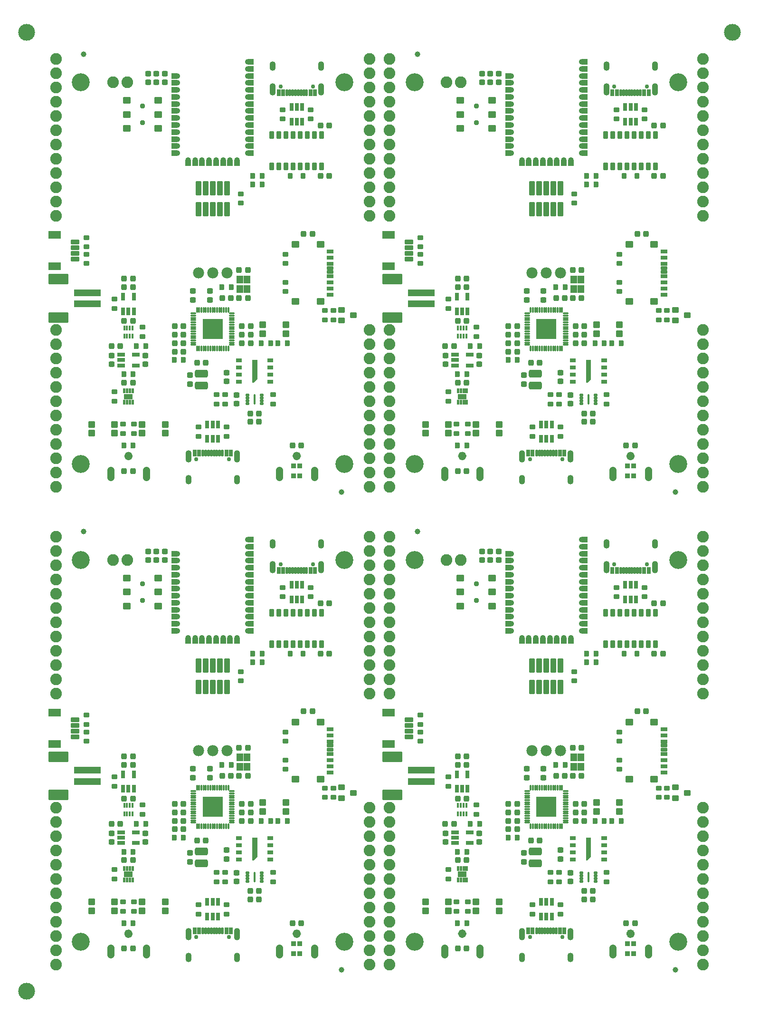
<source format=gts>
%TF.GenerationSoftware,KiCad,Pcbnew,8.0.5*%
%TF.CreationDate,2024-11-04T11:07:50-07:00*%
%TF.ProjectId,SparkFun_IoT_Node_LoRaWAN_panelized,53706172-6b46-4756-9e5f-496f545f4e6f,v10*%
%TF.SameCoordinates,Original*%
%TF.FileFunction,Soldermask,Top*%
%TF.FilePolarity,Negative*%
%FSLAX46Y46*%
G04 Gerber Fmt 4.6, Leading zero omitted, Abs format (unit mm)*
G04 Created by KiCad (PCBNEW 8.0.5) date 2024-11-04 11:07:50*
%MOMM*%
%LPD*%
G01*
G04 APERTURE LIST*
G04 Aperture macros list*
%AMRoundRect*
0 Rectangle with rounded corners*
0 $1 Rounding radius*
0 $2 $3 $4 $5 $6 $7 $8 $9 X,Y pos of 4 corners*
0 Add a 4 corners polygon primitive as box body*
4,1,4,$2,$3,$4,$5,$6,$7,$8,$9,$2,$3,0*
0 Add four circle primitives for the rounded corners*
1,1,$1+$1,$2,$3*
1,1,$1+$1,$4,$5*
1,1,$1+$1,$6,$7*
1,1,$1+$1,$8,$9*
0 Add four rect primitives between the rounded corners*
20,1,$1+$1,$2,$3,$4,$5,0*
20,1,$1+$1,$4,$5,$6,$7,0*
20,1,$1+$1,$6,$7,$8,$9,0*
20,1,$1+$1,$8,$9,$2,$3,0*%
%AMFreePoly0*
4,1,29,0.312822,0.469384,0.442609,0.448828,0.457487,0.443994,0.574570,0.384337,0.587225,0.375142,0.680142,0.282225,0.689337,0.269570,0.748994,0.152487,0.753828,0.137609,0.774384,0.007822,0.774384,-0.007822,0.753828,-0.137609,0.748994,-0.152487,0.689337,-0.269570,0.680142,-0.282225,0.587225,-0.375142,0.574570,-0.384337,0.457487,-0.443994,0.442609,-0.448828,0.312822,-0.469384,
0.305000,-0.470000,-0.725000,-0.470000,-0.760355,-0.455355,-0.775000,-0.420000,-0.775000,0.420000,-0.760355,0.455355,-0.725000,0.470000,0.305000,0.470000,0.312822,0.469384,0.312822,0.469384,$1*%
G04 Aperture macros list end*
%ADD10C,1.250000*%
%ADD11C,0.800000*%
%ADD12C,0.000000*%
%ADD13C,3.200000*%
%ADD14RoundRect,0.250000X0.250000X0.275000X-0.250000X0.275000X-0.250000X-0.275000X0.250000X-0.275000X0*%
%ADD15RoundRect,0.060000X-0.427500X-0.090000X0.427500X-0.090000X0.427500X0.090000X-0.427500X0.090000X0*%
%ADD16RoundRect,0.060000X0.427500X0.090000X-0.427500X0.090000X-0.427500X-0.090000X0.427500X-0.090000X0*%
%ADD17RoundRect,0.060000X0.090000X-0.427500X0.090000X0.427500X-0.090000X0.427500X-0.090000X-0.427500X0*%
%ADD18RoundRect,0.060000X-0.090000X0.427500X-0.090000X-0.427500X0.090000X-0.427500X0.090000X0.427500X0*%
%ADD19RoundRect,0.050000X1.750000X1.750000X-1.750000X1.750000X-1.750000X-1.750000X1.750000X-1.750000X0*%
%ADD20C,3.000000*%
%ADD21RoundRect,0.225000X-0.300000X0.225000X-0.300000X-0.225000X0.300000X-0.225000X0.300000X0.225000X0*%
%ADD22RoundRect,0.250000X0.275000X-0.250000X0.275000X0.250000X-0.275000X0.250000X-0.275000X-0.250000X0*%
%ADD23RoundRect,0.250000X-0.250000X-0.275000X0.250000X-0.275000X0.250000X0.275000X-0.250000X0.275000X0*%
%ADD24RoundRect,0.101600X-0.600000X0.275000X-0.600000X-0.275000X0.600000X-0.275000X0.600000X0.275000X0*%
%ADD25RoundRect,0.066667X0.133333X-0.318333X0.133333X0.318333X-0.133333X0.318333X-0.133333X-0.318333X0*%
%ADD26RoundRect,0.225000X-0.225000X-0.300000X0.225000X-0.300000X0.225000X0.300000X-0.225000X0.300000X0*%
%ADD27RoundRect,0.101600X0.275000X0.600000X-0.275000X0.600000X-0.275000X-0.600000X0.275000X-0.600000X0*%
%ADD28RoundRect,0.250000X-0.275000X0.250000X-0.275000X-0.250000X0.275000X-0.250000X0.275000X0.250000X0*%
%ADD29RoundRect,0.101600X-0.675000X0.300000X-0.675000X-0.300000X0.675000X-0.300000X0.675000X0.300000X0*%
%ADD30RoundRect,0.101600X-1.000000X0.600000X-1.000000X-0.600000X1.000000X-0.600000X1.000000X0.600000X0*%
%ADD31RoundRect,0.225000X0.300000X-0.225000X0.300000X0.225000X-0.300000X0.225000X-0.300000X-0.225000X0*%
%ADD32RoundRect,0.101600X0.450000X0.500000X-0.450000X0.500000X-0.450000X-0.500000X0.450000X-0.500000X0*%
%ADD33RoundRect,0.225000X0.225000X0.300000X-0.225000X0.300000X-0.225000X-0.300000X0.225000X-0.300000X0*%
%ADD34RoundRect,0.101600X0.300000X0.600000X-0.300000X0.600000X-0.300000X-0.600000X0.300000X-0.600000X0*%
%ADD35RoundRect,0.101600X-0.500000X0.250000X-0.500000X-0.250000X0.500000X-0.250000X0.500000X0.250000X0*%
%ADD36RoundRect,0.095000X-0.500000X0.250000X-0.500000X-0.250000X0.500000X-0.250000X0.500000X0.250000X0*%
%ADD37RoundRect,0.101600X-0.600000X0.475000X-0.600000X-0.475000X0.600000X-0.475000X0.600000X0.475000X0*%
%ADD38C,1.000000*%
%ADD39RoundRect,0.243750X0.243750X0.281250X-0.243750X0.281250X-0.243750X-0.281250X0.243750X-0.281250X0*%
%ADD40RoundRect,0.101600X-0.450000X-0.500000X0.450000X-0.500000X0.450000X0.500000X-0.450000X0.500000X0*%
%ADD41RoundRect,0.101600X-0.315000X-0.415000X0.315000X-0.415000X0.315000X0.415000X-0.315000X0.415000X0*%
%ADD42RoundRect,0.101600X0.200000X0.125000X-0.200000X0.125000X-0.200000X-0.125000X0.200000X-0.125000X0*%
%ADD43RoundRect,0.101600X0.100000X0.800000X-0.100000X0.800000X-0.100000X-0.800000X0.100000X-0.800000X0*%
%ADD44RoundRect,0.101600X-0.275000X-0.600000X0.275000X-0.600000X0.275000X0.600000X-0.275000X0.600000X0*%
%ADD45RoundRect,0.101600X-0.500000X0.600000X-0.500000X-0.600000X0.500000X-0.600000X0.500000X0.600000X0*%
%ADD46C,2.082800*%
%ADD47C,0.750000*%
%ADD48RoundRect,0.070000X0.150000X0.500000X-0.150000X0.500000X-0.150000X-0.500000X0.150000X-0.500000X0*%
%ADD49RoundRect,0.070000X-0.150000X-0.500000X0.150000X-0.500000X0.150000X0.500000X-0.150000X0.500000X0*%
%ADD50RoundRect,0.070000X0.300000X0.500000X-0.300000X0.500000X-0.300000X-0.500000X0.300000X-0.500000X0*%
%ADD51RoundRect,0.070000X-0.300000X-0.500000X0.300000X-0.500000X0.300000X0.500000X-0.300000X0.500000X0*%
%ADD52O,1.100000X1.700000*%
%ADD53O,1.100000X2.200000*%
%ADD54RoundRect,0.101600X-0.350000X0.350000X-0.350000X-0.350000X0.350000X-0.350000X0.350000X0.350000X0*%
%ADD55C,1.979600*%
%ADD56RoundRect,0.101600X2.300000X-0.500000X2.300000X0.500000X-2.300000X0.500000X-2.300000X-0.500000X0*%
%ADD57RoundRect,0.101600X1.700000X0.800000X-1.700000X0.800000X-1.700000X-0.800000X1.700000X-0.800000X0*%
%ADD58FreePoly0,0.000000*%
%ADD59FreePoly0,90.000000*%
%ADD60FreePoly0,180.000000*%
%ADD61RoundRect,0.101600X-0.425000X0.250000X-0.425000X-0.250000X0.425000X-0.250000X0.425000X0.250000X0*%
%ADD62C,0.950000*%
%ADD63RoundRect,0.101600X0.575000X-0.500000X0.575000X0.500000X-0.575000X0.500000X-0.575000X-0.500000X0*%
%ADD64RoundRect,0.101600X-0.450000X0.400000X-0.450000X-0.400000X0.450000X-0.400000X0.450000X0.400000X0*%
%ADD65RoundRect,0.101600X-0.370000X-1.190000X0.370000X-1.190000X0.370000X1.190000X-0.370000X1.190000X0*%
%ADD66RoundRect,0.270000X0.880000X-0.405000X0.880000X0.405000X-0.880000X0.405000X-0.880000X-0.405000X0*%
G04 APERTURE END LIST*
D10*
%TO.C,REF\u002A\u002A*%
X41350000Y-35150000D02*
X41350000Y-36350000D01*
X47650000Y-35150000D02*
X47650000Y-36350000D01*
D11*
X44875000Y-32600000D02*
G75*
G02*
X44125000Y-32600000I-375000J0D01*
G01*
X44125000Y-32600000D02*
G75*
G02*
X44875000Y-32600000I375000J0D01*
G01*
D10*
X-18150000Y49930000D02*
X-18150000Y48730000D01*
X-11850000Y49930000D02*
X-11850000Y48730000D01*
D11*
X-14625000Y52480000D02*
G75*
G02*
X-15375000Y52480000I-375000J0D01*
G01*
X-15375000Y52480000D02*
G75*
G02*
X-14625000Y52480000I375000J0D01*
G01*
D10*
X41350000Y49930000D02*
X41350000Y48730000D01*
X47650000Y49930000D02*
X47650000Y48730000D01*
D11*
X44875000Y52480000D02*
G75*
G02*
X44125000Y52480000I-375000J0D01*
G01*
X44125000Y52480000D02*
G75*
G02*
X44875000Y52480000I375000J0D01*
G01*
D10*
X-18150000Y-35150000D02*
X-18150000Y-36350000D01*
X-11850000Y-35150000D02*
X-11850000Y-36350000D01*
D11*
X-14625000Y-32600000D02*
G75*
G02*
X-15375000Y-32600000I-375000J0D01*
G01*
X-15375000Y-32600000D02*
G75*
G02*
X-14625000Y-32600000I375000J0D01*
G01*
D10*
X71350000Y-35150000D02*
X71350000Y-36350000D01*
X77650000Y-35150000D02*
X77650000Y-36350000D01*
D11*
X74875000Y-32600000D02*
G75*
G02*
X74125000Y-32600000I-375000J0D01*
G01*
X74125000Y-32600000D02*
G75*
G02*
X74875000Y-32600000I375000J0D01*
G01*
D10*
X11850000Y49930000D02*
X11850000Y48730000D01*
X18150000Y49930000D02*
X18150000Y48730000D01*
D11*
X15375000Y52480000D02*
G75*
G02*
X14625000Y52480000I-375000J0D01*
G01*
X14625000Y52480000D02*
G75*
G02*
X15375000Y52480000I375000J0D01*
G01*
D10*
X71350000Y49930000D02*
X71350000Y48730000D01*
X77650000Y49930000D02*
X77650000Y48730000D01*
D11*
X74875000Y52480000D02*
G75*
G02*
X74125000Y52480000I-375000J0D01*
G01*
X74125000Y52480000D02*
G75*
G02*
X74875000Y52480000I375000J0D01*
G01*
D10*
X11850000Y-35150000D02*
X11850000Y-36350000D01*
X18150000Y-35150000D02*
X18150000Y-36350000D01*
D11*
X15375000Y-32600000D02*
G75*
G02*
X14625000Y-32600000I-375000J0D01*
G01*
X14625000Y-32600000D02*
G75*
G02*
X15375000Y-32600000I375000J0D01*
G01*
D12*
%TO.C,U2*%
G36*
X67460000Y-18910000D02*
G01*
X66840000Y-19530000D01*
X66540000Y-19530000D01*
X66540000Y-15470000D01*
X67460000Y-15470000D01*
X67460000Y-18910000D01*
G37*
G36*
X7960000Y66170000D02*
G01*
X7340000Y65550000D01*
X7040000Y65550000D01*
X7040000Y69610000D01*
X7960000Y69610000D01*
X7960000Y66170000D01*
G37*
G36*
X67460000Y66170000D02*
G01*
X66840000Y65550000D01*
X66540000Y65550000D01*
X66540000Y69610000D01*
X67460000Y69610000D01*
X67460000Y66170000D01*
G37*
G36*
X7960000Y-18910000D02*
G01*
X7340000Y-19530000D01*
X7040000Y-19530000D01*
X7040000Y-15470000D01*
X7960000Y-15470000D01*
X7960000Y-18910000D01*
G37*
%TO.C,U9*%
G36*
X-15530000Y63670000D02*
G01*
X-15970000Y63670000D01*
X-15970000Y64510000D01*
X-15530000Y64510000D01*
X-15530000Y63670000D01*
G37*
G36*
X-15530000Y61670000D02*
G01*
X-15970000Y61670000D01*
X-15970000Y62510000D01*
X-15530000Y62510000D01*
X-15530000Y61670000D01*
G37*
G36*
X-15030000Y63670000D02*
G01*
X-15470000Y63670000D01*
X-15470000Y64510000D01*
X-15030000Y64510000D01*
X-15030000Y63670000D01*
G37*
G36*
X-15030000Y61670000D02*
G01*
X-15470000Y61670000D01*
X-15470000Y62510000D01*
X-15030000Y62510000D01*
X-15030000Y61670000D01*
G37*
G36*
X-14530000Y63670000D02*
G01*
X-14970000Y63670000D01*
X-14970000Y64510000D01*
X-14530000Y64510000D01*
X-14530000Y63670000D01*
G37*
G36*
X-14530000Y61670000D02*
G01*
X-14970000Y61670000D01*
X-14970000Y62510000D01*
X-14530000Y62510000D01*
X-14530000Y61670000D01*
G37*
G36*
X-14240000Y62610000D02*
G01*
X-15760000Y62610000D01*
X-15760000Y63550000D01*
X-14240000Y63550000D01*
X-14240000Y62610000D01*
G37*
G36*
X-14030000Y63670000D02*
G01*
X-14470000Y63670000D01*
X-14470000Y64510000D01*
X-14030000Y64510000D01*
X-14030000Y63670000D01*
G37*
G36*
X-14030000Y61670000D02*
G01*
X-14470000Y61670000D01*
X-14470000Y62510000D01*
X-14030000Y62510000D01*
X-14030000Y61670000D01*
G37*
G36*
X43970000Y63670000D02*
G01*
X43530000Y63670000D01*
X43530000Y64510000D01*
X43970000Y64510000D01*
X43970000Y63670000D01*
G37*
G36*
X43970000Y61670000D02*
G01*
X43530000Y61670000D01*
X43530000Y62510000D01*
X43970000Y62510000D01*
X43970000Y61670000D01*
G37*
G36*
X44470000Y63670000D02*
G01*
X44030000Y63670000D01*
X44030000Y64510000D01*
X44470000Y64510000D01*
X44470000Y63670000D01*
G37*
G36*
X44470000Y61670000D02*
G01*
X44030000Y61670000D01*
X44030000Y62510000D01*
X44470000Y62510000D01*
X44470000Y61670000D01*
G37*
G36*
X44970000Y63670000D02*
G01*
X44530000Y63670000D01*
X44530000Y64510000D01*
X44970000Y64510000D01*
X44970000Y63670000D01*
G37*
G36*
X44970000Y61670000D02*
G01*
X44530000Y61670000D01*
X44530000Y62510000D01*
X44970000Y62510000D01*
X44970000Y61670000D01*
G37*
G36*
X45260000Y62610000D02*
G01*
X43740000Y62610000D01*
X43740000Y63550000D01*
X45260000Y63550000D01*
X45260000Y62610000D01*
G37*
G36*
X45470000Y63670000D02*
G01*
X45030000Y63670000D01*
X45030000Y64510000D01*
X45470000Y64510000D01*
X45470000Y63670000D01*
G37*
G36*
X45470000Y61670000D02*
G01*
X45030000Y61670000D01*
X45030000Y62510000D01*
X45470000Y62510000D01*
X45470000Y61670000D01*
G37*
G36*
X43970000Y-21410000D02*
G01*
X43530000Y-21410000D01*
X43530000Y-20570000D01*
X43970000Y-20570000D01*
X43970000Y-21410000D01*
G37*
G36*
X43970000Y-23410000D02*
G01*
X43530000Y-23410000D01*
X43530000Y-22570000D01*
X43970000Y-22570000D01*
X43970000Y-23410000D01*
G37*
G36*
X44470000Y-21410000D02*
G01*
X44030000Y-21410000D01*
X44030000Y-20570000D01*
X44470000Y-20570000D01*
X44470000Y-21410000D01*
G37*
G36*
X44470000Y-23410000D02*
G01*
X44030000Y-23410000D01*
X44030000Y-22570000D01*
X44470000Y-22570000D01*
X44470000Y-23410000D01*
G37*
G36*
X44970000Y-21410000D02*
G01*
X44530000Y-21410000D01*
X44530000Y-20570000D01*
X44970000Y-20570000D01*
X44970000Y-21410000D01*
G37*
G36*
X44970000Y-23410000D02*
G01*
X44530000Y-23410000D01*
X44530000Y-22570000D01*
X44970000Y-22570000D01*
X44970000Y-23410000D01*
G37*
G36*
X45260000Y-22470000D02*
G01*
X43740000Y-22470000D01*
X43740000Y-21530000D01*
X45260000Y-21530000D01*
X45260000Y-22470000D01*
G37*
G36*
X45470000Y-21410000D02*
G01*
X45030000Y-21410000D01*
X45030000Y-20570000D01*
X45470000Y-20570000D01*
X45470000Y-21410000D01*
G37*
G36*
X45470000Y-23410000D02*
G01*
X45030000Y-23410000D01*
X45030000Y-22570000D01*
X45470000Y-22570000D01*
X45470000Y-23410000D01*
G37*
G36*
X-15530000Y-21410000D02*
G01*
X-15970000Y-21410000D01*
X-15970000Y-20570000D01*
X-15530000Y-20570000D01*
X-15530000Y-21410000D01*
G37*
G36*
X-15530000Y-23410000D02*
G01*
X-15970000Y-23410000D01*
X-15970000Y-22570000D01*
X-15530000Y-22570000D01*
X-15530000Y-23410000D01*
G37*
G36*
X-15030000Y-21410000D02*
G01*
X-15470000Y-21410000D01*
X-15470000Y-20570000D01*
X-15030000Y-20570000D01*
X-15030000Y-21410000D01*
G37*
G36*
X-15030000Y-23410000D02*
G01*
X-15470000Y-23410000D01*
X-15470000Y-22570000D01*
X-15030000Y-22570000D01*
X-15030000Y-23410000D01*
G37*
G36*
X-14530000Y-21410000D02*
G01*
X-14970000Y-21410000D01*
X-14970000Y-20570000D01*
X-14530000Y-20570000D01*
X-14530000Y-21410000D01*
G37*
G36*
X-14530000Y-23410000D02*
G01*
X-14970000Y-23410000D01*
X-14970000Y-22570000D01*
X-14530000Y-22570000D01*
X-14530000Y-23410000D01*
G37*
G36*
X-14240000Y-22470000D02*
G01*
X-15760000Y-22470000D01*
X-15760000Y-21530000D01*
X-14240000Y-21530000D01*
X-14240000Y-22470000D01*
G37*
G36*
X-14030000Y-21410000D02*
G01*
X-14470000Y-21410000D01*
X-14470000Y-20570000D01*
X-14030000Y-20570000D01*
X-14030000Y-21410000D01*
G37*
G36*
X-14030000Y-23410000D02*
G01*
X-14470000Y-23410000D01*
X-14470000Y-22570000D01*
X-14030000Y-22570000D01*
X-14030000Y-23410000D01*
G37*
%TD*%
D13*
%TO.C,ST2*%
X23500000Y51080000D03*
%TD*%
%TO.C,ST2*%
X83000000Y51080000D03*
%TD*%
%TO.C,ST2*%
X83000000Y-34000000D03*
%TD*%
%TO.C,ST2*%
X23500000Y-34000000D03*
%TD*%
D14*
%TO.C,C2*%
X65775000Y80580000D03*
X64225000Y80580000D03*
%TD*%
%TO.C,C2*%
X65775000Y-4500000D03*
X64225000Y-4500000D03*
%TD*%
%TO.C,C2*%
X6275000Y80580000D03*
X4725000Y80580000D03*
%TD*%
%TO.C,C2*%
X6275000Y-4500000D03*
X4725000Y-4500000D03*
%TD*%
D15*
%TO.C,U1*%
X62936500Y-12800000D03*
X62936500Y-12400000D03*
X62936500Y-12000000D03*
X62936500Y-11600000D03*
X62936500Y-11200000D03*
X62936500Y-10800000D03*
D16*
X62936500Y-10400000D03*
D15*
X62936500Y-10000000D03*
X62936500Y-9600000D03*
X62936500Y-9200000D03*
X62936500Y-8800000D03*
X62936500Y-8400000D03*
X62936500Y-8000000D03*
D16*
X62936500Y-7600000D03*
D15*
X62936500Y-7200000D03*
D17*
X62300000Y-6563500D03*
X61900000Y-6563500D03*
X61500000Y-6563500D03*
X61100000Y-6563500D03*
X60700000Y-6563500D03*
D18*
X60300000Y-6563500D03*
D17*
X59900000Y-6563500D03*
X59500000Y-6563500D03*
X59100000Y-6563500D03*
X58700000Y-6563500D03*
X58300000Y-6563500D03*
X57900000Y-6563500D03*
D18*
X57500000Y-6563500D03*
D17*
X57100000Y-6563500D03*
X56700000Y-6563500D03*
D16*
X56063500Y-7200000D03*
X56063500Y-7600000D03*
X56063500Y-8000000D03*
X56063500Y-8400000D03*
D15*
X56063500Y-8800000D03*
D16*
X56063500Y-9200000D03*
X56063500Y-9600000D03*
X56063500Y-10000000D03*
X56063500Y-10400000D03*
X56063500Y-10800000D03*
X56063500Y-11200000D03*
D15*
X56063500Y-11600000D03*
D16*
X56063500Y-12000000D03*
X56063500Y-12400000D03*
X56063500Y-12800000D03*
D18*
X56700000Y-13436500D03*
X57100000Y-13436500D03*
X57500000Y-13436500D03*
D17*
X57900000Y-13436500D03*
D18*
X58300000Y-13436500D03*
X58700000Y-13436500D03*
X59100000Y-13436500D03*
X59500000Y-13436500D03*
X59900000Y-13436500D03*
X60300000Y-13436500D03*
D17*
X60700000Y-13436500D03*
X61100000Y-13436500D03*
X61500000Y-13436500D03*
X61900000Y-13436500D03*
X62300000Y-13436500D03*
D19*
X59500000Y-10000000D03*
%TD*%
D15*
%TO.C,U1*%
X3436500Y72280000D03*
X3436500Y72680000D03*
X3436500Y73080000D03*
X3436500Y73480000D03*
X3436500Y73880000D03*
X3436500Y74280000D03*
D16*
X3436500Y74680000D03*
D15*
X3436500Y75080000D03*
X3436500Y75480000D03*
X3436500Y75880000D03*
X3436500Y76280000D03*
X3436500Y76680000D03*
X3436500Y77080000D03*
D16*
X3436500Y77480000D03*
D15*
X3436500Y77880000D03*
D17*
X2800000Y78516500D03*
X2400000Y78516500D03*
X2000000Y78516500D03*
X1600000Y78516500D03*
X1200000Y78516500D03*
D18*
X800000Y78516500D03*
D17*
X400000Y78516500D03*
X0Y78516500D03*
X-400000Y78516500D03*
X-800000Y78516500D03*
X-1200000Y78516500D03*
X-1600000Y78516500D03*
D18*
X-2000000Y78516500D03*
D17*
X-2400000Y78516500D03*
X-2800000Y78516500D03*
D16*
X-3436500Y77880000D03*
X-3436500Y77480000D03*
X-3436500Y77080000D03*
X-3436500Y76680000D03*
D15*
X-3436500Y76280000D03*
D16*
X-3436500Y75880000D03*
X-3436500Y75480000D03*
X-3436500Y75080000D03*
X-3436500Y74680000D03*
X-3436500Y74280000D03*
X-3436500Y73880000D03*
D15*
X-3436500Y73480000D03*
D16*
X-3436500Y73080000D03*
X-3436500Y72680000D03*
X-3436500Y72280000D03*
D18*
X-2800000Y71643500D03*
X-2400000Y71643500D03*
X-2000000Y71643500D03*
D17*
X-1600000Y71643500D03*
D18*
X-1200000Y71643500D03*
X-800000Y71643500D03*
X-400000Y71643500D03*
X0Y71643500D03*
X400000Y71643500D03*
X800000Y71643500D03*
D17*
X1200000Y71643500D03*
X1600000Y71643500D03*
X2000000Y71643500D03*
X2400000Y71643500D03*
X2800000Y71643500D03*
D19*
X0Y75080000D03*
%TD*%
D15*
%TO.C,U1*%
X62936500Y72280000D03*
X62936500Y72680000D03*
X62936500Y73080000D03*
X62936500Y73480000D03*
X62936500Y73880000D03*
X62936500Y74280000D03*
D16*
X62936500Y74680000D03*
D15*
X62936500Y75080000D03*
X62936500Y75480000D03*
X62936500Y75880000D03*
X62936500Y76280000D03*
X62936500Y76680000D03*
X62936500Y77080000D03*
D16*
X62936500Y77480000D03*
D15*
X62936500Y77880000D03*
D17*
X62300000Y78516500D03*
X61900000Y78516500D03*
X61500000Y78516500D03*
X61100000Y78516500D03*
X60700000Y78516500D03*
D18*
X60300000Y78516500D03*
D17*
X59900000Y78516500D03*
X59500000Y78516500D03*
X59100000Y78516500D03*
X58700000Y78516500D03*
X58300000Y78516500D03*
X57900000Y78516500D03*
D18*
X57500000Y78516500D03*
D17*
X57100000Y78516500D03*
X56700000Y78516500D03*
D16*
X56063500Y77880000D03*
X56063500Y77480000D03*
X56063500Y77080000D03*
X56063500Y76680000D03*
D15*
X56063500Y76280000D03*
D16*
X56063500Y75880000D03*
X56063500Y75480000D03*
X56063500Y75080000D03*
X56063500Y74680000D03*
X56063500Y74280000D03*
X56063500Y73880000D03*
D15*
X56063500Y73480000D03*
D16*
X56063500Y73080000D03*
X56063500Y72680000D03*
X56063500Y72280000D03*
D18*
X56700000Y71643500D03*
X57100000Y71643500D03*
X57500000Y71643500D03*
D17*
X57900000Y71643500D03*
D18*
X58300000Y71643500D03*
X58700000Y71643500D03*
X59100000Y71643500D03*
X59500000Y71643500D03*
X59900000Y71643500D03*
X60300000Y71643500D03*
D17*
X60700000Y71643500D03*
X61100000Y71643500D03*
X61500000Y71643500D03*
X61900000Y71643500D03*
X62300000Y71643500D03*
D19*
X59500000Y75080000D03*
%TD*%
D15*
%TO.C,U1*%
X3436500Y-12800000D03*
X3436500Y-12400000D03*
X3436500Y-12000000D03*
X3436500Y-11600000D03*
X3436500Y-11200000D03*
X3436500Y-10800000D03*
D16*
X3436500Y-10400000D03*
D15*
X3436500Y-10000000D03*
X3436500Y-9600000D03*
X3436500Y-9200000D03*
X3436500Y-8800000D03*
X3436500Y-8400000D03*
X3436500Y-8000000D03*
D16*
X3436500Y-7600000D03*
D15*
X3436500Y-7200000D03*
D17*
X2800000Y-6563500D03*
X2400000Y-6563500D03*
X2000000Y-6563500D03*
X1600000Y-6563500D03*
X1200000Y-6563500D03*
D18*
X800000Y-6563500D03*
D17*
X400000Y-6563500D03*
X0Y-6563500D03*
X-400000Y-6563500D03*
X-800000Y-6563500D03*
X-1200000Y-6563500D03*
X-1600000Y-6563500D03*
D18*
X-2000000Y-6563500D03*
D17*
X-2400000Y-6563500D03*
X-2800000Y-6563500D03*
D16*
X-3436500Y-7200000D03*
X-3436500Y-7600000D03*
X-3436500Y-8000000D03*
X-3436500Y-8400000D03*
D15*
X-3436500Y-8800000D03*
D16*
X-3436500Y-9200000D03*
X-3436500Y-9600000D03*
X-3436500Y-10000000D03*
X-3436500Y-10400000D03*
X-3436500Y-10800000D03*
X-3436500Y-11200000D03*
D15*
X-3436500Y-11600000D03*
D16*
X-3436500Y-12000000D03*
X-3436500Y-12400000D03*
X-3436500Y-12800000D03*
D18*
X-2800000Y-13436500D03*
X-2400000Y-13436500D03*
X-2000000Y-13436500D03*
D17*
X-1600000Y-13436500D03*
D18*
X-1200000Y-13436500D03*
X-800000Y-13436500D03*
X-400000Y-13436500D03*
X0Y-13436500D03*
X400000Y-13436500D03*
X800000Y-13436500D03*
D17*
X1200000Y-13436500D03*
X1600000Y-13436500D03*
X2000000Y-13436500D03*
X2400000Y-13436500D03*
X2800000Y-13436500D03*
D19*
X0Y-10000000D03*
%TD*%
D20*
%TO.C,*%
X-33175000Y127910000D03*
%TD*%
D21*
%TO.C,R24*%
X13000000Y88405000D03*
X13000000Y86755000D03*
%TD*%
%TO.C,R24*%
X72500000Y3325000D03*
X72500000Y1675000D03*
%TD*%
%TO.C,R24*%
X72500000Y88405000D03*
X72500000Y86755000D03*
%TD*%
%TO.C,R24*%
X13000000Y3325000D03*
X13000000Y1675000D03*
%TD*%
D22*
%TO.C,C29*%
X41500000Y68805000D03*
X41500000Y70355000D03*
%TD*%
%TO.C,C29*%
X-18000000Y68805000D03*
X-18000000Y70355000D03*
%TD*%
%TO.C,C29*%
X41500000Y-16275000D03*
X41500000Y-14725000D03*
%TD*%
%TO.C,C29*%
X-18000000Y-16275000D03*
X-18000000Y-14725000D03*
%TD*%
D23*
%TO.C,C21*%
X19225000Y111330000D03*
X20775000Y111330000D03*
%TD*%
%TO.C,C21*%
X78725000Y26250000D03*
X80275000Y26250000D03*
%TD*%
%TO.C,C21*%
X78725000Y111330000D03*
X80275000Y111330000D03*
%TD*%
%TO.C,C21*%
X19225000Y26250000D03*
X20775000Y26250000D03*
%TD*%
D24*
%TO.C,U8*%
X43199900Y-14550000D03*
X43199900Y-15500000D03*
X43199900Y-16450000D03*
X45800100Y-16450000D03*
X45800100Y-14550000D03*
%TD*%
%TO.C,U8*%
X43199900Y70530000D03*
X43199900Y69580000D03*
X43199900Y68630000D03*
X45800100Y68630000D03*
X45800100Y70530000D03*
%TD*%
%TO.C,U8*%
X-16300100Y70530000D03*
X-16300100Y69580000D03*
X-16300100Y68630000D03*
X-13699900Y68630000D03*
X-13699900Y70530000D03*
%TD*%
%TO.C,U8*%
X-16300100Y-14550000D03*
X-16300100Y-15500000D03*
X-16300100Y-16450000D03*
X-13699900Y-16450000D03*
X-13699900Y-14550000D03*
%TD*%
D25*
%TO.C,U6*%
X-15750000Y73840000D03*
X-15250000Y73840000D03*
X-14750000Y73840000D03*
X-14250000Y73840000D03*
X-14250000Y75320000D03*
X-14750000Y75320000D03*
X-15250000Y75320000D03*
X-15750000Y75320000D03*
%TD*%
%TO.C,U6*%
X43750000Y73840000D03*
X44250000Y73840000D03*
X44750000Y73840000D03*
X45250000Y73840000D03*
X45250000Y75320000D03*
X44750000Y75320000D03*
X44250000Y75320000D03*
X43750000Y75320000D03*
%TD*%
%TO.C,U6*%
X43750000Y-11240000D03*
X44250000Y-11240000D03*
X44750000Y-11240000D03*
X45250000Y-11240000D03*
X45250000Y-9760000D03*
X44750000Y-9760000D03*
X44250000Y-9760000D03*
X43750000Y-9760000D03*
%TD*%
%TO.C,U6*%
X-15750000Y-11240000D03*
X-15250000Y-11240000D03*
X-14750000Y-11240000D03*
X-14250000Y-11240000D03*
X-14250000Y-9760000D03*
X-14750000Y-9760000D03*
X-15250000Y-9760000D03*
X-15750000Y-9760000D03*
%TD*%
D26*
%TO.C,R7*%
X68175000Y-12500000D03*
X69825000Y-12500000D03*
%TD*%
%TO.C,R7*%
X8675000Y72580000D03*
X10325000Y72580000D03*
%TD*%
%TO.C,R7*%
X68175000Y72580000D03*
X69825000Y72580000D03*
%TD*%
%TO.C,R7*%
X8675000Y-12500000D03*
X10325000Y-12500000D03*
%TD*%
D14*
%TO.C,C13*%
X-5225000Y74080000D03*
X-6775000Y74080000D03*
%TD*%
%TO.C,C13*%
X54275000Y-11000000D03*
X52725000Y-11000000D03*
%TD*%
%TO.C,C13*%
X54275000Y74080000D03*
X52725000Y74080000D03*
%TD*%
%TO.C,C13*%
X-5225000Y-11000000D03*
X-6775000Y-11000000D03*
%TD*%
%TO.C,C5*%
X6275000Y85580000D03*
X4725000Y85580000D03*
%TD*%
%TO.C,C5*%
X65775000Y85580000D03*
X64225000Y85580000D03*
%TD*%
%TO.C,C5*%
X65775000Y500000D03*
X64225000Y500000D03*
%TD*%
%TO.C,C5*%
X6275000Y500000D03*
X4725000Y500000D03*
%TD*%
D27*
%TO.C,D3*%
X75450000Y29550100D03*
X74500000Y29550100D03*
X73550000Y29550100D03*
X73550000Y26949900D03*
X74500000Y26950000D03*
X75450000Y26949900D03*
%TD*%
%TO.C,D3*%
X15950000Y114630100D03*
X15000000Y114630100D03*
X14050000Y114630100D03*
X14050000Y112029900D03*
X15000000Y112030000D03*
X15950000Y112029900D03*
%TD*%
%TO.C,D3*%
X75450000Y114630100D03*
X74500000Y114630100D03*
X73550000Y114630100D03*
X73550000Y112029900D03*
X74500000Y112030000D03*
X75450000Y112029900D03*
%TD*%
%TO.C,D3*%
X15950000Y29550100D03*
X15000000Y29550100D03*
X14050000Y29550100D03*
X14050000Y26949900D03*
X15000000Y26950000D03*
X15950000Y26949900D03*
%TD*%
D22*
%TO.C,C8*%
X-3500000Y80305000D03*
X-3500000Y81855000D03*
%TD*%
%TO.C,C8*%
X56000000Y-4775000D03*
X56000000Y-3225000D03*
%TD*%
%TO.C,C8*%
X56000000Y80305000D03*
X56000000Y81855000D03*
%TD*%
%TO.C,C8*%
X-3500000Y-4775000D03*
X-3500000Y-3225000D03*
%TD*%
D28*
%TO.C,C17*%
X63750000Y-21725000D03*
X63750000Y-23275000D03*
%TD*%
%TO.C,C17*%
X63750000Y63355000D03*
X63750000Y61805000D03*
%TD*%
%TO.C,C17*%
X4250000Y63355000D03*
X4250000Y61805000D03*
%TD*%
%TO.C,C17*%
X4250000Y-21725000D03*
X4250000Y-23275000D03*
%TD*%
D29*
%TO.C,J11*%
X-24500000Y90580000D03*
X-24500000Y89580000D03*
X-24500000Y88580000D03*
X-24500000Y87580000D03*
D30*
X-28175000Y86280000D03*
X-28175000Y91880000D03*
%TD*%
D29*
%TO.C,J11*%
X35000000Y90580000D03*
X35000000Y89580000D03*
X35000000Y88580000D03*
X35000000Y87580000D03*
D30*
X31325000Y86280000D03*
X31325000Y91880000D03*
%TD*%
D29*
%TO.C,J11*%
X35000000Y5500000D03*
X35000000Y4500000D03*
X35000000Y3500000D03*
X35000000Y2500000D03*
D30*
X31325000Y1200000D03*
X31325000Y6800000D03*
%TD*%
D29*
%TO.C,J11*%
X-24500000Y5500000D03*
X-24500000Y4500000D03*
X-24500000Y3500000D03*
X-24500000Y2500000D03*
D30*
X-28175000Y1200000D03*
X-28175000Y6800000D03*
%TD*%
D31*
%TO.C,R18*%
X20000000Y76755000D03*
X20000000Y78405000D03*
%TD*%
%TO.C,R18*%
X79500000Y-8325000D03*
X79500000Y-6675000D03*
%TD*%
%TO.C,R18*%
X79500000Y76755000D03*
X79500000Y78405000D03*
%TD*%
%TO.C,R18*%
X20000000Y-8325000D03*
X20000000Y-6675000D03*
%TD*%
D21*
%TO.C,R6*%
X750000Y63405000D03*
X750000Y61755000D03*
%TD*%
%TO.C,R6*%
X60250000Y63405000D03*
X60250000Y61755000D03*
%TD*%
%TO.C,R6*%
X60250000Y-21675000D03*
X60250000Y-23325000D03*
%TD*%
%TO.C,R6*%
X750000Y-21675000D03*
X750000Y-23325000D03*
%TD*%
D32*
%TO.C,SW2*%
X51050000Y56530000D03*
X46950000Y56530000D03*
X51050000Y58130000D03*
X46950000Y58130000D03*
%TD*%
%TO.C,SW2*%
X51050000Y-28550000D03*
X46950000Y-28550000D03*
X51050000Y-26950000D03*
X46950000Y-26950000D03*
%TD*%
%TO.C,SW2*%
X-8450000Y56530000D03*
X-12550000Y56530000D03*
X-8450000Y58130000D03*
X-12550000Y58130000D03*
%TD*%
%TO.C,SW2*%
X-8450000Y-28550000D03*
X-12550000Y-28550000D03*
X-8450000Y-26950000D03*
X-12550000Y-26950000D03*
%TD*%
D22*
%TO.C,C23*%
X51000000Y33975000D03*
X51000000Y35525000D03*
%TD*%
%TO.C,C23*%
X-8500000Y119055000D03*
X-8500000Y120605000D03*
%TD*%
%TO.C,C23*%
X51000000Y119055000D03*
X51000000Y120605000D03*
%TD*%
%TO.C,C23*%
X-8500000Y33975000D03*
X-8500000Y35525000D03*
%TD*%
D33*
%TO.C,R1*%
X54325000Y-15500000D03*
X52675000Y-15500000D03*
%TD*%
%TO.C,R1*%
X54325000Y69580000D03*
X52675000Y69580000D03*
%TD*%
%TO.C,R1*%
X-5175000Y69580000D03*
X-6825000Y69580000D03*
%TD*%
%TO.C,R1*%
X-5175000Y-15500000D03*
X-6825000Y-15500000D03*
%TD*%
D34*
%TO.C,U5*%
X78945000Y24550000D03*
X77675000Y24550000D03*
X76405000Y24550000D03*
X75135000Y24550000D03*
X73865000Y24550000D03*
X72595000Y24550000D03*
X71325000Y24550000D03*
X70055000Y24550000D03*
X70055000Y18950000D03*
X71325000Y18950000D03*
X72595000Y18950000D03*
X73865000Y18950000D03*
X75135000Y18950000D03*
X76405000Y18950000D03*
X77675000Y18950000D03*
X78945000Y18950000D03*
%TD*%
%TO.C,U5*%
X19445000Y109630000D03*
X18175000Y109630000D03*
X16905000Y109630000D03*
X15635000Y109630000D03*
X14365000Y109630000D03*
X13095000Y109630000D03*
X11825000Y109630000D03*
X10555000Y109630000D03*
X10555000Y104030000D03*
X11825000Y104030000D03*
X13095000Y104030000D03*
X14365000Y104030000D03*
X15635000Y104030000D03*
X16905000Y104030000D03*
X18175000Y104030000D03*
X19445000Y104030000D03*
%TD*%
%TO.C,U5*%
X78945000Y109630000D03*
X77675000Y109630000D03*
X76405000Y109630000D03*
X75135000Y109630000D03*
X73865000Y109630000D03*
X72595000Y109630000D03*
X71325000Y109630000D03*
X70055000Y109630000D03*
X70055000Y104030000D03*
X71325000Y104030000D03*
X72595000Y104030000D03*
X73865000Y104030000D03*
X75135000Y104030000D03*
X76405000Y104030000D03*
X77675000Y104030000D03*
X78945000Y104030000D03*
%TD*%
%TO.C,U5*%
X19445000Y24550000D03*
X18175000Y24550000D03*
X16905000Y24550000D03*
X15635000Y24550000D03*
X14365000Y24550000D03*
X13095000Y24550000D03*
X11825000Y24550000D03*
X10555000Y24550000D03*
X10555000Y18950000D03*
X11825000Y18950000D03*
X13095000Y18950000D03*
X14365000Y18950000D03*
X15635000Y18950000D03*
X16905000Y18950000D03*
X18175000Y18950000D03*
X19445000Y18950000D03*
%TD*%
D35*
%TO.C,J10*%
X80475000Y3850000D03*
X80475000Y2750000D03*
X80475000Y1650000D03*
D36*
X80475000Y900000D03*
D35*
X80475000Y-550000D03*
X80475000Y-1650000D03*
X80475000Y-2750000D03*
X80475000Y-3850000D03*
D36*
X80475000Y200000D03*
D37*
X74275000Y-5100000D03*
X78725000Y-5100000D03*
X74275000Y5100000D03*
X78725000Y5100000D03*
%TD*%
D35*
%TO.C,J10*%
X80475000Y88930000D03*
X80475000Y87830000D03*
X80475000Y86730000D03*
D36*
X80475000Y85980000D03*
D35*
X80475000Y84530000D03*
X80475000Y83430000D03*
X80475000Y82330000D03*
X80475000Y81230000D03*
D36*
X80475000Y85280000D03*
D37*
X74275000Y79980000D03*
X78725000Y79980000D03*
X74275000Y90180000D03*
X78725000Y90180000D03*
%TD*%
D35*
%TO.C,J10*%
X20975000Y88930000D03*
X20975000Y87830000D03*
X20975000Y86730000D03*
D36*
X20975000Y85980000D03*
D35*
X20975000Y84530000D03*
X20975000Y83430000D03*
X20975000Y82330000D03*
X20975000Y81230000D03*
D36*
X20975000Y85280000D03*
D37*
X14775000Y79980000D03*
X19225000Y79980000D03*
X14775000Y90180000D03*
X19225000Y90180000D03*
%TD*%
D35*
%TO.C,J10*%
X20975000Y3850000D03*
X20975000Y2750000D03*
X20975000Y1650000D03*
D36*
X20975000Y900000D03*
D35*
X20975000Y-550000D03*
X20975000Y-1650000D03*
X20975000Y-2750000D03*
X20975000Y-3850000D03*
D36*
X20975000Y200000D03*
D37*
X14775000Y-5100000D03*
X19225000Y-5100000D03*
X14775000Y5100000D03*
X19225000Y5100000D03*
%TD*%
D21*
%TO.C,R16*%
X42000000Y80405000D03*
X42000000Y78755000D03*
%TD*%
%TO.C,R16*%
X42000000Y-4675000D03*
X42000000Y-6325000D03*
%TD*%
%TO.C,R16*%
X-17500000Y80405000D03*
X-17500000Y78755000D03*
%TD*%
%TO.C,R16*%
X-17500000Y-4675000D03*
X-17500000Y-6325000D03*
%TD*%
D38*
%TO.C,FID4*%
X82500000Y-39000000D03*
%TD*%
%TO.C,FID4*%
X23000000Y46080000D03*
%TD*%
%TO.C,FID4*%
X82500000Y46080000D03*
%TD*%
%TO.C,FID4*%
X23000000Y-39000000D03*
%TD*%
D22*
%TO.C,C20*%
X48000000Y33975000D03*
X48000000Y35525000D03*
%TD*%
%TO.C,C20*%
X48000000Y119055000D03*
X48000000Y120605000D03*
%TD*%
%TO.C,C20*%
X-11500000Y119055000D03*
X-11500000Y120605000D03*
%TD*%
%TO.C,C20*%
X-11500000Y33975000D03*
X-11500000Y35525000D03*
%TD*%
D38*
%TO.C,FID1*%
X36500000Y39000000D03*
%TD*%
%TO.C,FID1*%
X-23000000Y124080000D03*
%TD*%
%TO.C,FID1*%
X36500000Y124080000D03*
%TD*%
%TO.C,FID1*%
X-23000000Y39000000D03*
%TD*%
D31*
%TO.C,R8*%
X10750000Y61755000D03*
X10750000Y63405000D03*
%TD*%
%TO.C,R8*%
X70250000Y61755000D03*
X70250000Y63405000D03*
%TD*%
%TO.C,R8*%
X70250000Y-23325000D03*
X70250000Y-21675000D03*
%TD*%
%TO.C,R8*%
X10750000Y-23325000D03*
X10750000Y-21675000D03*
%TD*%
D33*
%TO.C,R9*%
X72825000Y-12500000D03*
X71175000Y-12500000D03*
%TD*%
%TO.C,R9*%
X13325000Y72580000D03*
X11675000Y72580000D03*
%TD*%
%TO.C,R9*%
X72825000Y72580000D03*
X71175000Y72580000D03*
%TD*%
%TO.C,R9*%
X13325000Y-12500000D03*
X11675000Y-12500000D03*
%TD*%
D14*
%TO.C,C1*%
X-5225000Y72580000D03*
X-6775000Y72580000D03*
%TD*%
%TO.C,C1*%
X54275000Y-12500000D03*
X52725000Y-12500000D03*
%TD*%
%TO.C,C1*%
X54275000Y72580000D03*
X52725000Y72580000D03*
%TD*%
%TO.C,C1*%
X-5225000Y-12500000D03*
X-6775000Y-12500000D03*
%TD*%
D39*
%TO.C,D5*%
X45287500Y49830000D03*
X43712500Y49830000D03*
%TD*%
%TO.C,D5*%
X-14212500Y49830000D03*
X-15787500Y49830000D03*
%TD*%
%TO.C,D5*%
X45287500Y-35250000D03*
X43712500Y-35250000D03*
%TD*%
%TO.C,D5*%
X-14212500Y-35250000D03*
X-15787500Y-35250000D03*
%TD*%
D21*
%TO.C,R28*%
X-17500000Y63905000D03*
X-17500000Y62255000D03*
%TD*%
%TO.C,R28*%
X42000000Y-21175000D03*
X42000000Y-22825000D03*
%TD*%
%TO.C,R28*%
X42000000Y63905000D03*
X42000000Y62255000D03*
%TD*%
%TO.C,R28*%
X-17500000Y-21175000D03*
X-17500000Y-22825000D03*
%TD*%
D40*
%TO.C,SW4*%
X8950000Y75880000D03*
X13050000Y75880000D03*
X8950000Y74280000D03*
X13050000Y74280000D03*
%TD*%
%TO.C,SW4*%
X68450000Y-9200000D03*
X72550000Y-9200000D03*
X68450000Y-10800000D03*
X72550000Y-10800000D03*
%TD*%
%TO.C,SW4*%
X68450000Y75880000D03*
X72550000Y75880000D03*
X68450000Y74280000D03*
X72550000Y74280000D03*
%TD*%
%TO.C,SW4*%
X8950000Y-9200000D03*
X13050000Y-9200000D03*
X8950000Y-10800000D03*
X13050000Y-10800000D03*
%TD*%
D41*
%TO.C,D2*%
X75650000Y102330000D03*
X73350000Y102330000D03*
%TD*%
%TO.C,D2*%
X16150000Y102330000D03*
X13850000Y102330000D03*
%TD*%
%TO.C,D2*%
X75650000Y17250000D03*
X73350000Y17250000D03*
%TD*%
%TO.C,D2*%
X16150000Y17250000D03*
X13850000Y17250000D03*
%TD*%
D21*
%TO.C,R11*%
X12500000Y114155000D03*
X12500000Y112505000D03*
%TD*%
%TO.C,R11*%
X72000000Y29075000D03*
X72000000Y27425000D03*
%TD*%
%TO.C,R11*%
X72000000Y114155000D03*
X72000000Y112505000D03*
%TD*%
%TO.C,R11*%
X12500000Y29075000D03*
X12500000Y27425000D03*
%TD*%
D42*
%TO.C,U3*%
X68250000Y-23250000D03*
X68250000Y-22750000D03*
X68250000Y-22250000D03*
X68250000Y-21750000D03*
X65750000Y-21750000D03*
X65750000Y-22250000D03*
X65750000Y-22750000D03*
X65750000Y-23250000D03*
D43*
X67000000Y-22500000D03*
%TD*%
D42*
%TO.C,U3*%
X8750000Y61830000D03*
X8750000Y62330000D03*
X8750000Y62830000D03*
X8750000Y63330000D03*
X6250000Y63330000D03*
X6250000Y62830000D03*
X6250000Y62330000D03*
X6250000Y61830000D03*
D43*
X7500000Y62580000D03*
%TD*%
D42*
%TO.C,U3*%
X68250000Y61830000D03*
X68250000Y62330000D03*
X68250000Y62830000D03*
X68250000Y63330000D03*
X65750000Y63330000D03*
X65750000Y62830000D03*
X65750000Y62330000D03*
X65750000Y61830000D03*
D43*
X67000000Y62580000D03*
%TD*%
D42*
%TO.C,U3*%
X8750000Y-23250000D03*
X8750000Y-22750000D03*
X8750000Y-22250000D03*
X8750000Y-21750000D03*
X6250000Y-21750000D03*
X6250000Y-22250000D03*
X6250000Y-22750000D03*
X6250000Y-23250000D03*
D43*
X7500000Y-22500000D03*
%TD*%
D28*
%TO.C,C3*%
X2500000Y67355000D03*
X2500000Y65805000D03*
%TD*%
%TO.C,C3*%
X62000000Y-17725000D03*
X62000000Y-19275000D03*
%TD*%
%TO.C,C3*%
X62000000Y67355000D03*
X62000000Y65805000D03*
%TD*%
%TO.C,C3*%
X2500000Y-17725000D03*
X2500000Y-19275000D03*
%TD*%
D26*
%TO.C,R14*%
X66675000Y100830000D03*
X68325000Y100830000D03*
%TD*%
%TO.C,R14*%
X7175000Y100830000D03*
X8825000Y100830000D03*
%TD*%
%TO.C,R14*%
X66675000Y15750000D03*
X68325000Y15750000D03*
%TD*%
%TO.C,R14*%
X7175000Y15750000D03*
X8825000Y15750000D03*
%TD*%
D44*
%TO.C,U7*%
X43550000Y-6800100D03*
X44500000Y-6800100D03*
X45450000Y-6800100D03*
X45450000Y-4199900D03*
X43550000Y-4199900D03*
%TD*%
%TO.C,U7*%
X43550000Y78279900D03*
X44500000Y78279900D03*
X45450000Y78279900D03*
X45450000Y80880100D03*
X43550000Y80880100D03*
%TD*%
%TO.C,U7*%
X-15950000Y78279900D03*
X-15000000Y78279900D03*
X-14050000Y78279900D03*
X-14050000Y80880100D03*
X-15950000Y80880100D03*
%TD*%
%TO.C,U7*%
X-15950000Y-6800100D03*
X-15000000Y-6800100D03*
X-14050000Y-6800100D03*
X-14050000Y-4199900D03*
X-15950000Y-4199900D03*
%TD*%
%TO.C,D1*%
X58550000Y55529900D03*
X59500000Y55529900D03*
X60450000Y55529900D03*
X60450000Y58130100D03*
X59500000Y58130000D03*
X58550000Y58130100D03*
%TD*%
%TO.C,D1*%
X-950000Y55529900D03*
X0Y55529900D03*
X950000Y55529900D03*
X950000Y58130100D03*
X0Y58130000D03*
X-950000Y58130100D03*
%TD*%
%TO.C,D1*%
X58550000Y-29550100D03*
X59500000Y-29550100D03*
X60450000Y-29550100D03*
X60450000Y-26949900D03*
X59500000Y-26950000D03*
X58550000Y-26949900D03*
%TD*%
%TO.C,D1*%
X-950000Y-29550100D03*
X0Y-29550100D03*
X950000Y-29550100D03*
X950000Y-26949900D03*
X0Y-26950000D03*
X-950000Y-26949900D03*
%TD*%
D45*
%TO.C,Y1*%
X4850000Y83930000D03*
X4850000Y82230000D03*
X6150000Y82230000D03*
X6150000Y83930000D03*
%TD*%
%TO.C,Y1*%
X64350000Y-1150000D03*
X64350000Y-2850000D03*
X65650000Y-2850000D03*
X65650000Y-1150000D03*
%TD*%
%TO.C,Y1*%
X64350000Y83930000D03*
X64350000Y82230000D03*
X65650000Y82230000D03*
X65650000Y83930000D03*
%TD*%
%TO.C,Y1*%
X4850000Y-1150000D03*
X4850000Y-2850000D03*
X6150000Y-2850000D03*
X6150000Y-1150000D03*
%TD*%
D46*
%TO.C,J7*%
X87440000Y-10160000D03*
X87440000Y-12700000D03*
X87440000Y-15240000D03*
X87440000Y-17780000D03*
X87440000Y-20320000D03*
X87440000Y-22860000D03*
X87440000Y-25400000D03*
X87440000Y-27940000D03*
X87440000Y-30480000D03*
X87440000Y-33020000D03*
X87440000Y-35560000D03*
X87440000Y-38100000D03*
%TD*%
%TO.C,J7*%
X87440000Y74920000D03*
X87440000Y72380000D03*
X87440000Y69840000D03*
X87440000Y67300000D03*
X87440000Y64760000D03*
X87440000Y62220000D03*
X87440000Y59680000D03*
X87440000Y57140000D03*
X87440000Y54600000D03*
X87440000Y52060000D03*
X87440000Y49520000D03*
X87440000Y46980000D03*
%TD*%
%TO.C,J7*%
X27940000Y74920000D03*
X27940000Y72380000D03*
X27940000Y69840000D03*
X27940000Y67300000D03*
X27940000Y64760000D03*
X27940000Y62220000D03*
X27940000Y59680000D03*
X27940000Y57140000D03*
X27940000Y54600000D03*
X27940000Y52060000D03*
X27940000Y49520000D03*
X27940000Y46980000D03*
%TD*%
%TO.C,J7*%
X27940000Y-10160000D03*
X27940000Y-12700000D03*
X27940000Y-15240000D03*
X27940000Y-17780000D03*
X27940000Y-20320000D03*
X27940000Y-22860000D03*
X27940000Y-25400000D03*
X27940000Y-27940000D03*
X27940000Y-30480000D03*
X27940000Y-33020000D03*
X27940000Y-35560000D03*
X27940000Y-38100000D03*
%TD*%
D47*
%TO.C,J1*%
X56610000Y-33195000D03*
X62390000Y-33195000D03*
D48*
X58250000Y-32090000D03*
X59250000Y-32090000D03*
D49*
X59750000Y-32090000D03*
X60750000Y-32090000D03*
X61250000Y-32090000D03*
X60250000Y-32090000D03*
D48*
X58750000Y-32090000D03*
X57750000Y-32090000D03*
D50*
X56275000Y-32090000D03*
D51*
X62725000Y-32090000D03*
D52*
X55182000Y-36845000D03*
D53*
X55182000Y-32665000D03*
X63818000Y-32665000D03*
D52*
X63818000Y-36845000D03*
D50*
X57050000Y-32090000D03*
D51*
X61950000Y-32090000D03*
%TD*%
D47*
%TO.C,J1*%
X-2890000Y51885000D03*
X2890000Y51885000D03*
D48*
X-1250000Y52990000D03*
X-250000Y52990000D03*
D49*
X250000Y52990000D03*
X1250000Y52990000D03*
X1750000Y52990000D03*
X750000Y52990000D03*
D48*
X-750000Y52990000D03*
X-1750000Y52990000D03*
D50*
X-3225000Y52990000D03*
D51*
X3225000Y52990000D03*
D52*
X-4318000Y48235000D03*
D53*
X-4318000Y52415000D03*
X4318000Y52415000D03*
D52*
X4318000Y48235000D03*
D50*
X-2450000Y52990000D03*
D51*
X2450000Y52990000D03*
%TD*%
D47*
%TO.C,J1*%
X56610000Y51885000D03*
X62390000Y51885000D03*
D48*
X58250000Y52990000D03*
X59250000Y52990000D03*
D49*
X59750000Y52990000D03*
X60750000Y52990000D03*
X61250000Y52990000D03*
X60250000Y52990000D03*
D48*
X58750000Y52990000D03*
X57750000Y52990000D03*
D50*
X56275000Y52990000D03*
D51*
X62725000Y52990000D03*
D52*
X55182000Y48235000D03*
D53*
X55182000Y52415000D03*
X63818000Y52415000D03*
D52*
X63818000Y48235000D03*
D50*
X57050000Y52990000D03*
D51*
X61950000Y52990000D03*
%TD*%
D47*
%TO.C,J1*%
X-2890000Y-33195000D03*
X2890000Y-33195000D03*
D48*
X-1250000Y-32090000D03*
X-250000Y-32090000D03*
D49*
X250000Y-32090000D03*
X1250000Y-32090000D03*
X1750000Y-32090000D03*
X750000Y-32090000D03*
D48*
X-750000Y-32090000D03*
X-1750000Y-32090000D03*
D50*
X-3225000Y-32090000D03*
D51*
X3225000Y-32090000D03*
D52*
X-4318000Y-36845000D03*
D53*
X-4318000Y-32665000D03*
X4318000Y-32665000D03*
D52*
X4318000Y-36845000D03*
D50*
X-2450000Y-32090000D03*
D51*
X2450000Y-32090000D03*
%TD*%
D14*
%TO.C,C4*%
X54275000Y-14000000D03*
X52725000Y-14000000D03*
%TD*%
%TO.C,C4*%
X-5225000Y71080000D03*
X-6775000Y71080000D03*
%TD*%
%TO.C,C4*%
X54275000Y71080000D03*
X52725000Y71080000D03*
%TD*%
%TO.C,C4*%
X-5225000Y-14000000D03*
X-6775000Y-14000000D03*
%TD*%
D13*
%TO.C,ST4*%
X36000000Y119080000D03*
%TD*%
%TO.C,ST4*%
X-23500000Y119080000D03*
%TD*%
%TO.C,ST4*%
X36000000Y34000000D03*
%TD*%
%TO.C,ST4*%
X-23500000Y34000000D03*
%TD*%
D14*
%TO.C,C30*%
X77275000Y92080000D03*
X75725000Y92080000D03*
%TD*%
%TO.C,C30*%
X17775000Y92080000D03*
X16225000Y92080000D03*
%TD*%
%TO.C,C30*%
X77275000Y7000000D03*
X75725000Y7000000D03*
%TD*%
%TO.C,C30*%
X17775000Y7000000D03*
X16225000Y7000000D03*
%TD*%
D23*
%TO.C,C24*%
X43725000Y76580000D03*
X45275000Y76580000D03*
%TD*%
%TO.C,C24*%
X-15775000Y76580000D03*
X-14225000Y76580000D03*
%TD*%
%TO.C,C24*%
X43725000Y-8500000D03*
X45275000Y-8500000D03*
%TD*%
%TO.C,C24*%
X-15775000Y-8500000D03*
X-14225000Y-8500000D03*
%TD*%
D46*
%TO.C,J8*%
X27940000Y123180000D03*
X27940000Y120640000D03*
X27940000Y118100000D03*
X27940000Y115560000D03*
X27940000Y113020000D03*
X27940000Y110480000D03*
X27940000Y107940000D03*
X27940000Y105400000D03*
X27940000Y102860000D03*
X27940000Y100320000D03*
X27940000Y97780000D03*
X27940000Y95240000D03*
%TD*%
%TO.C,J8*%
X87440000Y38100000D03*
X87440000Y35560000D03*
X87440000Y33020000D03*
X87440000Y30480000D03*
X87440000Y27940000D03*
X87440000Y25400000D03*
X87440000Y22860000D03*
X87440000Y20320000D03*
X87440000Y17780000D03*
X87440000Y15240000D03*
X87440000Y12700000D03*
X87440000Y10160000D03*
%TD*%
%TO.C,J8*%
X87440000Y123180000D03*
X87440000Y120640000D03*
X87440000Y118100000D03*
X87440000Y115560000D03*
X87440000Y113020000D03*
X87440000Y110480000D03*
X87440000Y107940000D03*
X87440000Y105400000D03*
X87440000Y102860000D03*
X87440000Y100320000D03*
X87440000Y97780000D03*
X87440000Y95240000D03*
%TD*%
%TO.C,J8*%
X27940000Y38100000D03*
X27940000Y35560000D03*
X27940000Y33020000D03*
X27940000Y30480000D03*
X27940000Y27940000D03*
X27940000Y25400000D03*
X27940000Y22860000D03*
X27940000Y20320000D03*
X27940000Y17780000D03*
X27940000Y15240000D03*
X27940000Y12700000D03*
X27940000Y10160000D03*
%TD*%
D23*
%TO.C,C16*%
X66225000Y-26500000D03*
X67775000Y-26500000D03*
%TD*%
%TO.C,C16*%
X66225000Y58580000D03*
X67775000Y58580000D03*
%TD*%
%TO.C,C16*%
X6725000Y58580000D03*
X8275000Y58580000D03*
%TD*%
%TO.C,C16*%
X6725000Y-26500000D03*
X8275000Y-26500000D03*
%TD*%
D31*
%TO.C,R17*%
X81000000Y-8325000D03*
X81000000Y-6675000D03*
%TD*%
%TO.C,R17*%
X21500000Y76755000D03*
X21500000Y78405000D03*
%TD*%
%TO.C,R17*%
X81000000Y76755000D03*
X81000000Y78405000D03*
%TD*%
%TO.C,R17*%
X21500000Y-8325000D03*
X21500000Y-6675000D03*
%TD*%
D54*
%TO.C,D4*%
X14450000Y48915000D03*
X15550000Y48915000D03*
X15550000Y50745000D03*
X14450000Y50745000D03*
%TD*%
%TO.C,D4*%
X73950000Y48915000D03*
X75050000Y48915000D03*
X75050000Y50745000D03*
X73950000Y50745000D03*
%TD*%
%TO.C,D4*%
X73950000Y-36165000D03*
X75050000Y-36165000D03*
X75050000Y-34335000D03*
X73950000Y-34335000D03*
%TD*%
%TO.C,D4*%
X14450000Y-36165000D03*
X15550000Y-36165000D03*
X15550000Y-34335000D03*
X14450000Y-34335000D03*
%TD*%
D23*
%TO.C,C11*%
X64725000Y74080000D03*
X66275000Y74080000D03*
%TD*%
%TO.C,C11*%
X5225000Y74080000D03*
X6775000Y74080000D03*
%TD*%
%TO.C,C11*%
X64725000Y-11000000D03*
X66275000Y-11000000D03*
%TD*%
%TO.C,C11*%
X5225000Y-11000000D03*
X6775000Y-11000000D03*
%TD*%
D22*
%TO.C,C28*%
X-12000000Y68805000D03*
X-12000000Y70355000D03*
%TD*%
%TO.C,C28*%
X47500000Y68805000D03*
X47500000Y70355000D03*
%TD*%
%TO.C,C28*%
X47500000Y-16275000D03*
X47500000Y-14725000D03*
%TD*%
%TO.C,C28*%
X-12000000Y-16275000D03*
X-12000000Y-14725000D03*
%TD*%
D21*
%TO.C,R12*%
X77000000Y29075000D03*
X77000000Y27425000D03*
%TD*%
%TO.C,R12*%
X77000000Y114155000D03*
X77000000Y112505000D03*
%TD*%
%TO.C,R12*%
X17500000Y114155000D03*
X17500000Y112505000D03*
%TD*%
%TO.C,R12*%
X17500000Y29075000D03*
X17500000Y27425000D03*
%TD*%
D55*
%TO.C,J2*%
X62040000Y0D03*
X59500000Y0D03*
X56960000Y0D03*
%TD*%
%TO.C,J2*%
X62040000Y85080000D03*
X59500000Y85080000D03*
X56960000Y85080000D03*
%TD*%
%TO.C,J2*%
X2540000Y85080000D03*
X0Y85080000D03*
X-2540000Y85080000D03*
%TD*%
%TO.C,J2*%
X2540000Y0D03*
X0Y0D03*
X-2540000Y0D03*
%TD*%
D39*
%TO.C,D6*%
X43037500Y-13000000D03*
X41462500Y-13000000D03*
%TD*%
%TO.C,D6*%
X43037500Y72080000D03*
X41462500Y72080000D03*
%TD*%
%TO.C,D6*%
X-16462500Y72080000D03*
X-18037500Y72080000D03*
%TD*%
%TO.C,D6*%
X-16462500Y-13000000D03*
X-18037500Y-13000000D03*
%TD*%
D31*
%TO.C,R22*%
X45500000Y-28575000D03*
X45500000Y-26925000D03*
%TD*%
%TO.C,R22*%
X-14000000Y56505000D03*
X-14000000Y58155000D03*
%TD*%
%TO.C,R22*%
X45500000Y56505000D03*
X45500000Y58155000D03*
%TD*%
%TO.C,R22*%
X-14000000Y-28575000D03*
X-14000000Y-26925000D03*
%TD*%
%TO.C,R10*%
X5000000Y97505000D03*
X5000000Y99155000D03*
%TD*%
%TO.C,R10*%
X64500000Y12425000D03*
X64500000Y14075000D03*
%TD*%
%TO.C,R10*%
X64500000Y97505000D03*
X64500000Y99155000D03*
%TD*%
%TO.C,R10*%
X5000000Y12425000D03*
X5000000Y14075000D03*
%TD*%
D32*
%TO.C,SW3*%
X42050000Y-28550000D03*
X37950000Y-28550000D03*
X42050000Y-26950000D03*
X37950000Y-26950000D03*
%TD*%
%TO.C,SW3*%
X-17450000Y56530000D03*
X-21550000Y56530000D03*
X-17450000Y58130000D03*
X-21550000Y58130000D03*
%TD*%
%TO.C,SW3*%
X42050000Y56530000D03*
X37950000Y56530000D03*
X42050000Y58130000D03*
X37950000Y58130000D03*
%TD*%
%TO.C,SW3*%
X-17450000Y-28550000D03*
X-21550000Y-28550000D03*
X-17450000Y-26950000D03*
X-21550000Y-26950000D03*
%TD*%
D33*
%TO.C,R13*%
X68325000Y102330000D03*
X66675000Y102330000D03*
%TD*%
%TO.C,R13*%
X8825000Y102330000D03*
X7175000Y102330000D03*
%TD*%
%TO.C,R13*%
X68325000Y17250000D03*
X66675000Y17250000D03*
%TD*%
%TO.C,R13*%
X8825000Y17250000D03*
X7175000Y17250000D03*
%TD*%
D26*
%TO.C,R21*%
X45925000Y-13000000D03*
X47575000Y-13000000D03*
%TD*%
%TO.C,R21*%
X-13575000Y72080000D03*
X-11925000Y72080000D03*
%TD*%
%TO.C,R21*%
X45925000Y72080000D03*
X47575000Y72080000D03*
%TD*%
%TO.C,R21*%
X-13575000Y-13000000D03*
X-11925000Y-13000000D03*
%TD*%
D56*
%TO.C,J9*%
X37200000Y-5500000D03*
X37200000Y-3500000D03*
D57*
X32000000Y-7900000D03*
X32000000Y-1100000D03*
%TD*%
D56*
%TO.C,J9*%
X-22300000Y79580000D03*
X-22300000Y81580000D03*
D57*
X-27500000Y77180000D03*
X-27500000Y83980000D03*
%TD*%
D56*
%TO.C,J9*%
X37200000Y79580000D03*
X37200000Y81580000D03*
D57*
X32000000Y77180000D03*
X32000000Y83980000D03*
%TD*%
D56*
%TO.C,J9*%
X-22300000Y-5500000D03*
X-22300000Y-3500000D03*
D57*
X-27500000Y-7900000D03*
X-27500000Y-1100000D03*
%TD*%
D31*
%TO.C,R3*%
X2500000Y56005000D03*
X2500000Y57655000D03*
%TD*%
%TO.C,R3*%
X62000000Y-29075000D03*
X62000000Y-27425000D03*
%TD*%
%TO.C,R3*%
X62000000Y56005000D03*
X62000000Y57655000D03*
%TD*%
%TO.C,R3*%
X2500000Y-29075000D03*
X2500000Y-27425000D03*
%TD*%
D20*
%TO.C,*%
X-33175000Y-42830000D03*
%TD*%
D23*
%TO.C,C18*%
X66225000Y-25000000D03*
X67775000Y-25000000D03*
%TD*%
%TO.C,C18*%
X6725000Y60080000D03*
X8275000Y60080000D03*
%TD*%
%TO.C,C18*%
X66225000Y60080000D03*
X67775000Y60080000D03*
%TD*%
%TO.C,C18*%
X6725000Y-25000000D03*
X8275000Y-25000000D03*
%TD*%
%TO.C,C27*%
X14225000Y54330000D03*
X15775000Y54330000D03*
%TD*%
%TO.C,C27*%
X73725000Y-30750000D03*
X75275000Y-30750000D03*
%TD*%
%TO.C,C27*%
X73725000Y54330000D03*
X75275000Y54330000D03*
%TD*%
%TO.C,C27*%
X14225000Y-30750000D03*
X15775000Y-30750000D03*
%TD*%
D22*
%TO.C,C15*%
X55500000Y-19775000D03*
X55500000Y-18225000D03*
%TD*%
%TO.C,C15*%
X55500000Y65305000D03*
X55500000Y66855000D03*
%TD*%
%TO.C,C15*%
X-4000000Y65305000D03*
X-4000000Y66855000D03*
%TD*%
%TO.C,C15*%
X-4000000Y-19775000D03*
X-4000000Y-18225000D03*
%TD*%
D58*
%TO.C,U4*%
X52950000Y35100000D03*
X52950000Y33850000D03*
X52950000Y32600000D03*
X52950000Y31350000D03*
X52950000Y30100000D03*
X52950000Y28850000D03*
X52950000Y27600000D03*
X52950000Y26350000D03*
X52950000Y25100000D03*
X52950000Y23850000D03*
X52950000Y22600000D03*
X52950000Y21350000D03*
D59*
X55120000Y19820000D03*
X56370000Y19820000D03*
X57620000Y19820000D03*
X58870000Y19820000D03*
X60120000Y19820000D03*
X61370000Y19820000D03*
X62620000Y19820000D03*
X63870000Y19820000D03*
D60*
X66050000Y21350000D03*
X66050000Y22600000D03*
X66050000Y23850000D03*
X66050000Y25100000D03*
X66050000Y26350000D03*
X66050000Y27600000D03*
X66050000Y28850000D03*
X66050000Y30100000D03*
X66050000Y31350000D03*
X66050000Y32600000D03*
X66050000Y33850000D03*
X66050000Y35100000D03*
X66050000Y36350000D03*
X66050000Y37600000D03*
%TD*%
D58*
%TO.C,U4*%
X-6550000Y120180000D03*
X-6550000Y118930000D03*
X-6550000Y117680000D03*
X-6550000Y116430000D03*
X-6550000Y115180000D03*
X-6550000Y113930000D03*
X-6550000Y112680000D03*
X-6550000Y111430000D03*
X-6550000Y110180000D03*
X-6550000Y108930000D03*
X-6550000Y107680000D03*
X-6550000Y106430000D03*
D59*
X-4380000Y104900000D03*
X-3130000Y104900000D03*
X-1880000Y104900000D03*
X-630000Y104900000D03*
X620000Y104900000D03*
X1870000Y104900000D03*
X3120000Y104900000D03*
X4370000Y104900000D03*
D60*
X6550000Y106430000D03*
X6550000Y107680000D03*
X6550000Y108930000D03*
X6550000Y110180000D03*
X6550000Y111430000D03*
X6550000Y112680000D03*
X6550000Y113930000D03*
X6550000Y115180000D03*
X6550000Y116430000D03*
X6550000Y117680000D03*
X6550000Y118930000D03*
X6550000Y120180000D03*
X6550000Y121430000D03*
X6550000Y122680000D03*
%TD*%
D58*
%TO.C,U4*%
X52950000Y120180000D03*
X52950000Y118930000D03*
X52950000Y117680000D03*
X52950000Y116430000D03*
X52950000Y115180000D03*
X52950000Y113930000D03*
X52950000Y112680000D03*
X52950000Y111430000D03*
X52950000Y110180000D03*
X52950000Y108930000D03*
X52950000Y107680000D03*
X52950000Y106430000D03*
D59*
X55120000Y104900000D03*
X56370000Y104900000D03*
X57620000Y104900000D03*
X58870000Y104900000D03*
X60120000Y104900000D03*
X61370000Y104900000D03*
X62620000Y104900000D03*
X63870000Y104900000D03*
D60*
X66050000Y106430000D03*
X66050000Y107680000D03*
X66050000Y108930000D03*
X66050000Y110180000D03*
X66050000Y111430000D03*
X66050000Y112680000D03*
X66050000Y113930000D03*
X66050000Y115180000D03*
X66050000Y116430000D03*
X66050000Y117680000D03*
X66050000Y118930000D03*
X66050000Y120180000D03*
X66050000Y121430000D03*
X66050000Y122680000D03*
%TD*%
D58*
%TO.C,U4*%
X-6550000Y35100000D03*
X-6550000Y33850000D03*
X-6550000Y32600000D03*
X-6550000Y31350000D03*
X-6550000Y30100000D03*
X-6550000Y28850000D03*
X-6550000Y27600000D03*
X-6550000Y26350000D03*
X-6550000Y25100000D03*
X-6550000Y23850000D03*
X-6550000Y22600000D03*
X-6550000Y21350000D03*
D59*
X-4380000Y19820000D03*
X-3130000Y19820000D03*
X-1880000Y19820000D03*
X-630000Y19820000D03*
X620000Y19820000D03*
X1870000Y19820000D03*
X3120000Y19820000D03*
X4370000Y19820000D03*
D60*
X6550000Y21350000D03*
X6550000Y22600000D03*
X6550000Y23850000D03*
X6550000Y25100000D03*
X6550000Y26350000D03*
X6550000Y27600000D03*
X6550000Y28850000D03*
X6550000Y30100000D03*
X6550000Y31350000D03*
X6550000Y32600000D03*
X6550000Y33850000D03*
X6550000Y35100000D03*
X6550000Y36350000D03*
X6550000Y37600000D03*
%TD*%
D31*
%TO.C,R27*%
X37000000Y1675000D03*
X37000000Y3325000D03*
%TD*%
%TO.C,R27*%
X-22500000Y86755000D03*
X-22500000Y88405000D03*
%TD*%
%TO.C,R27*%
X37000000Y86755000D03*
X37000000Y88405000D03*
%TD*%
%TO.C,R27*%
X-22500000Y1675000D03*
X-22500000Y3325000D03*
%TD*%
D61*
%TO.C,U2*%
X69775000Y-19405000D03*
X69775000Y-18135000D03*
X69775000Y-16865000D03*
X69775000Y-15595000D03*
X64225000Y-15595000D03*
X64225000Y-16865000D03*
X64225000Y-18135000D03*
X64225000Y-19405000D03*
%TD*%
%TO.C,U2*%
X10275000Y65675000D03*
X10275000Y66945000D03*
X10275000Y68215000D03*
X10275000Y69485000D03*
X4725000Y69485000D03*
X4725000Y68215000D03*
X4725000Y66945000D03*
X4725000Y65675000D03*
%TD*%
%TO.C,U2*%
X69775000Y65675000D03*
X69775000Y66945000D03*
X69775000Y68215000D03*
X69775000Y69485000D03*
X64225000Y69485000D03*
X64225000Y68215000D03*
X64225000Y66945000D03*
X64225000Y65675000D03*
%TD*%
%TO.C,U2*%
X10275000Y-19405000D03*
X10275000Y-18135000D03*
X10275000Y-16865000D03*
X10275000Y-15595000D03*
X4725000Y-15595000D03*
X4725000Y-16865000D03*
X4725000Y-18135000D03*
X4725000Y-19405000D03*
%TD*%
D62*
%TO.C,SW1*%
X47000000Y29750000D03*
X47000000Y26750000D03*
D63*
X44175000Y25750000D03*
X44175000Y28250000D03*
X44175000Y30750000D03*
X49825000Y25750000D03*
X49825000Y28250000D03*
X49825000Y30750000D03*
%TD*%
D62*
%TO.C,SW1*%
X47000000Y114830000D03*
X47000000Y111830000D03*
D63*
X44175000Y110830000D03*
X44175000Y113330000D03*
X44175000Y115830000D03*
X49825000Y110830000D03*
X49825000Y113330000D03*
X49825000Y115830000D03*
%TD*%
D62*
%TO.C,SW1*%
X-12500000Y114830000D03*
X-12500000Y111830000D03*
D63*
X-15325000Y110830000D03*
X-15325000Y113330000D03*
X-15325000Y115830000D03*
X-9675000Y110830000D03*
X-9675000Y113330000D03*
X-9675000Y115830000D03*
%TD*%
D62*
%TO.C,SW1*%
X-12500000Y29750000D03*
X-12500000Y26750000D03*
D63*
X-15325000Y25750000D03*
X-15325000Y28250000D03*
X-15325000Y30750000D03*
X-9675000Y25750000D03*
X-9675000Y28250000D03*
X-9675000Y30750000D03*
%TD*%
D23*
%TO.C,C26*%
X43725000Y84080000D03*
X45275000Y84080000D03*
%TD*%
%TO.C,C26*%
X-15775000Y84080000D03*
X-14225000Y84080000D03*
%TD*%
%TO.C,C26*%
X43725000Y-1000000D03*
X45275000Y-1000000D03*
%TD*%
%TO.C,C26*%
X-15775000Y-1000000D03*
X-14225000Y-1000000D03*
%TD*%
D64*
%TO.C,Q1*%
X82500000Y-6550000D03*
X82500000Y-8450000D03*
X84600000Y-7500000D03*
%TD*%
%TO.C,Q1*%
X82500000Y78530000D03*
X82500000Y76630000D03*
X84600000Y77580000D03*
%TD*%
%TO.C,Q1*%
X23000000Y78530000D03*
X23000000Y76630000D03*
X25100000Y77580000D03*
%TD*%
%TO.C,Q1*%
X23000000Y-6550000D03*
X23000000Y-8450000D03*
X25100000Y-7500000D03*
%TD*%
D21*
%TO.C,R26*%
X37000000Y6325000D03*
X37000000Y4675000D03*
%TD*%
%TO.C,R26*%
X37000000Y91405000D03*
X37000000Y89755000D03*
%TD*%
%TO.C,R26*%
X-22500000Y91405000D03*
X-22500000Y89755000D03*
%TD*%
%TO.C,R26*%
X-22500000Y6325000D03*
X-22500000Y4675000D03*
%TD*%
D22*
%TO.C,C9*%
X59000000Y-4775000D03*
X59000000Y-3225000D03*
%TD*%
%TO.C,C9*%
X59000000Y80305000D03*
X59000000Y81855000D03*
%TD*%
%TO.C,C9*%
X-500000Y80305000D03*
X-500000Y81855000D03*
%TD*%
%TO.C,C9*%
X-500000Y-4775000D03*
X-500000Y-3225000D03*
%TD*%
D26*
%TO.C,R2*%
X1675000Y82580000D03*
X3325000Y82580000D03*
%TD*%
%TO.C,R2*%
X61175000Y-2500000D03*
X62825000Y-2500000D03*
%TD*%
%TO.C,R2*%
X61175000Y82580000D03*
X62825000Y82580000D03*
%TD*%
%TO.C,R2*%
X1675000Y-2500000D03*
X3325000Y-2500000D03*
%TD*%
D20*
%TO.C,*%
X92675000Y127910000D03*
%TD*%
D47*
%TO.C,J3*%
X77390000Y33195000D03*
X71610000Y33195000D03*
D49*
X75750000Y32090000D03*
X74750000Y32090000D03*
D48*
X74250000Y32090000D03*
X73250000Y32090000D03*
X72750000Y32090000D03*
X73750000Y32090000D03*
D49*
X75250000Y32090000D03*
X76250000Y32090000D03*
D51*
X77725000Y32090000D03*
D50*
X71275000Y32090000D03*
D52*
X78818000Y36845000D03*
D53*
X78818000Y32665000D03*
X70182000Y32665000D03*
D52*
X70182000Y36845000D03*
D51*
X76950000Y32090000D03*
D50*
X72050000Y32090000D03*
%TD*%
D47*
%TO.C,J3*%
X17890000Y118275000D03*
X12110000Y118275000D03*
D49*
X16250000Y117170000D03*
X15250000Y117170000D03*
D48*
X14750000Y117170000D03*
X13750000Y117170000D03*
X13250000Y117170000D03*
X14250000Y117170000D03*
D49*
X15750000Y117170000D03*
X16750000Y117170000D03*
D51*
X18225000Y117170000D03*
D50*
X11775000Y117170000D03*
D52*
X19318000Y121925000D03*
D53*
X19318000Y117745000D03*
X10682000Y117745000D03*
D52*
X10682000Y121925000D03*
D51*
X17450000Y117170000D03*
D50*
X12550000Y117170000D03*
%TD*%
D47*
%TO.C,J3*%
X77390000Y118275000D03*
X71610000Y118275000D03*
D49*
X75750000Y117170000D03*
X74750000Y117170000D03*
D48*
X74250000Y117170000D03*
X73250000Y117170000D03*
X72750000Y117170000D03*
X73750000Y117170000D03*
D49*
X75250000Y117170000D03*
X76250000Y117170000D03*
D51*
X77725000Y117170000D03*
D50*
X71275000Y117170000D03*
D52*
X78818000Y121925000D03*
D53*
X78818000Y117745000D03*
X70182000Y117745000D03*
D52*
X70182000Y121925000D03*
D51*
X76950000Y117170000D03*
D50*
X72050000Y117170000D03*
%TD*%
D47*
%TO.C,J3*%
X17890000Y33195000D03*
X12110000Y33195000D03*
D49*
X16250000Y32090000D03*
X15250000Y32090000D03*
D48*
X14750000Y32090000D03*
X13750000Y32090000D03*
X13250000Y32090000D03*
X14250000Y32090000D03*
D49*
X15750000Y32090000D03*
X16750000Y32090000D03*
D51*
X18225000Y32090000D03*
D50*
X11775000Y32090000D03*
D52*
X19318000Y36845000D03*
D53*
X19318000Y32665000D03*
X10682000Y32665000D03*
D52*
X10682000Y36845000D03*
D51*
X17450000Y32090000D03*
D50*
X12550000Y32090000D03*
%TD*%
D14*
%TO.C,C14*%
X58275000Y-16000000D03*
X56725000Y-16000000D03*
%TD*%
%TO.C,C14*%
X-1225000Y69080000D03*
X-2775000Y69080000D03*
%TD*%
%TO.C,C14*%
X58275000Y69080000D03*
X56725000Y69080000D03*
%TD*%
%TO.C,C14*%
X-1225000Y-16000000D03*
X-2775000Y-16000000D03*
%TD*%
%TO.C,C6*%
X54275000Y75580000D03*
X52725000Y75580000D03*
%TD*%
%TO.C,C6*%
X-5225000Y75580000D03*
X-6775000Y75580000D03*
%TD*%
%TO.C,C6*%
X54275000Y-9500000D03*
X52725000Y-9500000D03*
%TD*%
%TO.C,C6*%
X-5225000Y-9500000D03*
X-6775000Y-9500000D03*
%TD*%
D23*
%TO.C,C19*%
X19225000Y102330000D03*
X20775000Y102330000D03*
%TD*%
%TO.C,C19*%
X78725000Y17250000D03*
X80275000Y17250000D03*
%TD*%
%TO.C,C19*%
X78725000Y102330000D03*
X80275000Y102330000D03*
%TD*%
%TO.C,C19*%
X19225000Y17250000D03*
X20775000Y17250000D03*
%TD*%
D33*
%TO.C,R19*%
X45325000Y67080000D03*
X43675000Y67080000D03*
%TD*%
%TO.C,R19*%
X-14175000Y67080000D03*
X-15825000Y67080000D03*
%TD*%
%TO.C,R19*%
X45325000Y-18000000D03*
X43675000Y-18000000D03*
%TD*%
%TO.C,R19*%
X-14175000Y-18000000D03*
X-15825000Y-18000000D03*
%TD*%
%TO.C,R20*%
X45325000Y-30750000D03*
X43675000Y-30750000D03*
%TD*%
%TO.C,R20*%
X45325000Y54330000D03*
X43675000Y54330000D03*
%TD*%
%TO.C,R20*%
X-14175000Y54330000D03*
X-15825000Y54330000D03*
%TD*%
%TO.C,R20*%
X-14175000Y-30750000D03*
X-15825000Y-30750000D03*
%TD*%
D23*
%TO.C,C25*%
X-15775000Y82580000D03*
X-14225000Y82580000D03*
%TD*%
%TO.C,C25*%
X43725000Y82580000D03*
X45275000Y82580000D03*
%TD*%
%TO.C,C25*%
X43725000Y-2500000D03*
X45275000Y-2500000D03*
%TD*%
%TO.C,C25*%
X-15775000Y-2500000D03*
X-14225000Y-2500000D03*
%TD*%
D21*
%TO.C,R5*%
X2250000Y63405000D03*
X2250000Y61755000D03*
%TD*%
%TO.C,R5*%
X61750000Y-21675000D03*
X61750000Y-23325000D03*
%TD*%
%TO.C,R5*%
X61750000Y63405000D03*
X61750000Y61755000D03*
%TD*%
%TO.C,R5*%
X2250000Y-21675000D03*
X2250000Y-23325000D03*
%TD*%
D65*
%TO.C,J4*%
X56960000Y96450000D03*
X56960000Y100210000D03*
X58230000Y96450000D03*
X58230000Y100210000D03*
X59500000Y96450000D03*
X59500000Y100210000D03*
X60770000Y96450000D03*
X60770000Y100210000D03*
X62040000Y96450000D03*
X62040000Y100210000D03*
%TD*%
%TO.C,J4*%
X-2540000Y96450000D03*
X-2540000Y100210000D03*
X-1270000Y96450000D03*
X-1270000Y100210000D03*
X0Y96450000D03*
X0Y100210000D03*
X1270000Y96450000D03*
X1270000Y100210000D03*
X2540000Y96450000D03*
X2540000Y100210000D03*
%TD*%
%TO.C,J4*%
X56960000Y11370000D03*
X56960000Y15130000D03*
X58230000Y11370000D03*
X58230000Y15130000D03*
X59500000Y11370000D03*
X59500000Y15130000D03*
X60770000Y11370000D03*
X60770000Y15130000D03*
X62040000Y11370000D03*
X62040000Y15130000D03*
%TD*%
%TO.C,J4*%
X-2540000Y11370000D03*
X-2540000Y15130000D03*
X-1270000Y11370000D03*
X-1270000Y15130000D03*
X0Y11370000D03*
X0Y15130000D03*
X1270000Y11370000D03*
X1270000Y15130000D03*
X2540000Y11370000D03*
X2540000Y15130000D03*
%TD*%
D22*
%TO.C,C22*%
X49500000Y119055000D03*
X49500000Y120605000D03*
%TD*%
%TO.C,C22*%
X-10000000Y119055000D03*
X-10000000Y120605000D03*
%TD*%
%TO.C,C22*%
X49500000Y33975000D03*
X49500000Y35525000D03*
%TD*%
%TO.C,C22*%
X-10000000Y33975000D03*
X-10000000Y35525000D03*
%TD*%
D66*
%TO.C,L1*%
X57500000Y65005000D03*
X57500000Y67155000D03*
%TD*%
%TO.C,L1*%
X57500000Y-20075000D03*
X57500000Y-17925000D03*
%TD*%
%TO.C,L1*%
X-2000000Y65005000D03*
X-2000000Y67155000D03*
%TD*%
%TO.C,L1*%
X-2000000Y-20075000D03*
X-2000000Y-17925000D03*
%TD*%
D31*
%TO.C,R4*%
X-2500000Y56005000D03*
X-2500000Y57655000D03*
%TD*%
%TO.C,R4*%
X57000000Y-29075000D03*
X57000000Y-27425000D03*
%TD*%
%TO.C,R4*%
X57000000Y56005000D03*
X57000000Y57655000D03*
%TD*%
%TO.C,R4*%
X-2500000Y-29075000D03*
X-2500000Y-27425000D03*
%TD*%
D13*
%TO.C,ST1*%
X36000000Y-34000000D03*
%TD*%
%TO.C,ST1*%
X-23500000Y51080000D03*
%TD*%
%TO.C,ST1*%
X36000000Y51080000D03*
%TD*%
%TO.C,ST1*%
X-23500000Y-34000000D03*
%TD*%
D31*
%TO.C,R15*%
X47000000Y-11325000D03*
X47000000Y-9675000D03*
%TD*%
%TO.C,R15*%
X-12500000Y73755000D03*
X-12500000Y75405000D03*
%TD*%
%TO.C,R15*%
X47000000Y73755000D03*
X47000000Y75405000D03*
%TD*%
%TO.C,R15*%
X-12500000Y-11325000D03*
X-12500000Y-9675000D03*
%TD*%
D23*
%TO.C,C12*%
X1725000Y80580000D03*
X3275000Y80580000D03*
%TD*%
%TO.C,C12*%
X61225000Y-4500000D03*
X62775000Y-4500000D03*
%TD*%
%TO.C,C12*%
X61225000Y80580000D03*
X62775000Y80580000D03*
%TD*%
%TO.C,C12*%
X1725000Y-4500000D03*
X3275000Y-4500000D03*
%TD*%
%TO.C,C7*%
X5225000Y75580000D03*
X6775000Y75580000D03*
%TD*%
%TO.C,C7*%
X64725000Y-9500000D03*
X66275000Y-9500000D03*
%TD*%
%TO.C,C7*%
X64725000Y75580000D03*
X66275000Y75580000D03*
%TD*%
%TO.C,C7*%
X5225000Y-9500000D03*
X6775000Y-9500000D03*
%TD*%
%TO.C,C10*%
X64725000Y-12500000D03*
X66275000Y-12500000D03*
%TD*%
%TO.C,C10*%
X64725000Y72580000D03*
X66275000Y72580000D03*
%TD*%
%TO.C,C10*%
X5225000Y72580000D03*
X6775000Y72580000D03*
%TD*%
%TO.C,C10*%
X5225000Y-12500000D03*
X6775000Y-12500000D03*
%TD*%
D46*
%TO.C,J6*%
X31560000Y123180000D03*
X31560000Y120640000D03*
X31560000Y118100000D03*
X31560000Y115560000D03*
X31560000Y113020000D03*
X31560000Y110480000D03*
X31560000Y107940000D03*
X31560000Y105400000D03*
X31560000Y102860000D03*
X31560000Y100320000D03*
X31560000Y97780000D03*
X31560000Y95240000D03*
%TD*%
%TO.C,J6*%
X-27940000Y123180000D03*
X-27940000Y120640000D03*
X-27940000Y118100000D03*
X-27940000Y115560000D03*
X-27940000Y113020000D03*
X-27940000Y110480000D03*
X-27940000Y107940000D03*
X-27940000Y105400000D03*
X-27940000Y102860000D03*
X-27940000Y100320000D03*
X-27940000Y97780000D03*
X-27940000Y95240000D03*
%TD*%
%TO.C,J6*%
X31560000Y38100000D03*
X31560000Y35560000D03*
X31560000Y33020000D03*
X31560000Y30480000D03*
X31560000Y27940000D03*
X31560000Y25400000D03*
X31560000Y22860000D03*
X31560000Y20320000D03*
X31560000Y17780000D03*
X31560000Y15240000D03*
X31560000Y12700000D03*
X31560000Y10160000D03*
%TD*%
%TO.C,J6*%
X-27940000Y38100000D03*
X-27940000Y35560000D03*
X-27940000Y33020000D03*
X-27940000Y30480000D03*
X-27940000Y27940000D03*
X-27940000Y25400000D03*
X-27940000Y22860000D03*
X-27940000Y20320000D03*
X-27940000Y17780000D03*
X-27940000Y15240000D03*
X-27940000Y12700000D03*
X-27940000Y10160000D03*
%TD*%
D13*
%TO.C,ST3*%
X23500000Y119080000D03*
%TD*%
%TO.C,ST3*%
X83000000Y119080000D03*
%TD*%
%TO.C,ST3*%
X83000000Y34000000D03*
%TD*%
%TO.C,ST3*%
X23500000Y34000000D03*
%TD*%
D46*
%TO.C,J5*%
X-27940000Y74920000D03*
X-27940000Y72380000D03*
X-27940000Y69840000D03*
X-27940000Y67300000D03*
X-27940000Y64760000D03*
X-27940000Y62220000D03*
X-27940000Y59680000D03*
X-27940000Y57140000D03*
X-27940000Y54600000D03*
X-27940000Y52060000D03*
X-27940000Y49520000D03*
X-27940000Y46980000D03*
%TD*%
%TO.C,J5*%
X31560000Y-10160000D03*
X31560000Y-12700000D03*
X31560000Y-15240000D03*
X31560000Y-17780000D03*
X31560000Y-20320000D03*
X31560000Y-22860000D03*
X31560000Y-25400000D03*
X31560000Y-27940000D03*
X31560000Y-30480000D03*
X31560000Y-33020000D03*
X31560000Y-35560000D03*
X31560000Y-38100000D03*
%TD*%
%TO.C,J5*%
X31560000Y74920000D03*
X31560000Y72380000D03*
X31560000Y69840000D03*
X31560000Y67300000D03*
X31560000Y64760000D03*
X31560000Y62220000D03*
X31560000Y59680000D03*
X31560000Y57140000D03*
X31560000Y54600000D03*
X31560000Y52060000D03*
X31560000Y49520000D03*
X31560000Y46980000D03*
%TD*%
%TO.C,J5*%
X-27940000Y-10160000D03*
X-27940000Y-12700000D03*
X-27940000Y-15240000D03*
X-27940000Y-17780000D03*
X-27940000Y-20320000D03*
X-27940000Y-22860000D03*
X-27940000Y-25400000D03*
X-27940000Y-27940000D03*
X-27940000Y-30480000D03*
X-27940000Y-33020000D03*
X-27940000Y-35560000D03*
X-27940000Y-38100000D03*
%TD*%
D21*
%TO.C,R23*%
X13000000Y83405000D03*
X13000000Y81755000D03*
%TD*%
%TO.C,R23*%
X72500000Y-1675000D03*
X72500000Y-3325000D03*
%TD*%
%TO.C,R23*%
X72500000Y83405000D03*
X72500000Y81755000D03*
%TD*%
%TO.C,R23*%
X13000000Y-1675000D03*
X13000000Y-3325000D03*
%TD*%
D23*
%TO.C,C31*%
X43725000Y-19500000D03*
X45275000Y-19500000D03*
%TD*%
%TO.C,C31*%
X-15775000Y65580000D03*
X-14225000Y65580000D03*
%TD*%
%TO.C,C31*%
X43725000Y65580000D03*
X45275000Y65580000D03*
%TD*%
%TO.C,C31*%
X-15775000Y-19500000D03*
X-14225000Y-19500000D03*
%TD*%
D31*
%TO.C,R25*%
X-16000000Y56505000D03*
X-16000000Y58155000D03*
%TD*%
%TO.C,R25*%
X43500000Y56505000D03*
X43500000Y58155000D03*
%TD*%
%TO.C,R25*%
X43500000Y-28575000D03*
X43500000Y-26925000D03*
%TD*%
%TO.C,R25*%
X-16000000Y-28575000D03*
X-16000000Y-26925000D03*
%TD*%
D46*
%TO.C,JP2*%
X-17780000Y119080000D03*
X-15240000Y119080000D03*
%TD*%
%TO.C,JP2*%
X41720000Y119080000D03*
X44260000Y119080000D03*
%TD*%
%TO.C,JP2*%
X41720000Y34000000D03*
X44260000Y34000000D03*
%TD*%
%TO.C,JP2*%
X-17780000Y34000000D03*
X-15240000Y34000000D03*
%TD*%
M02*

</source>
